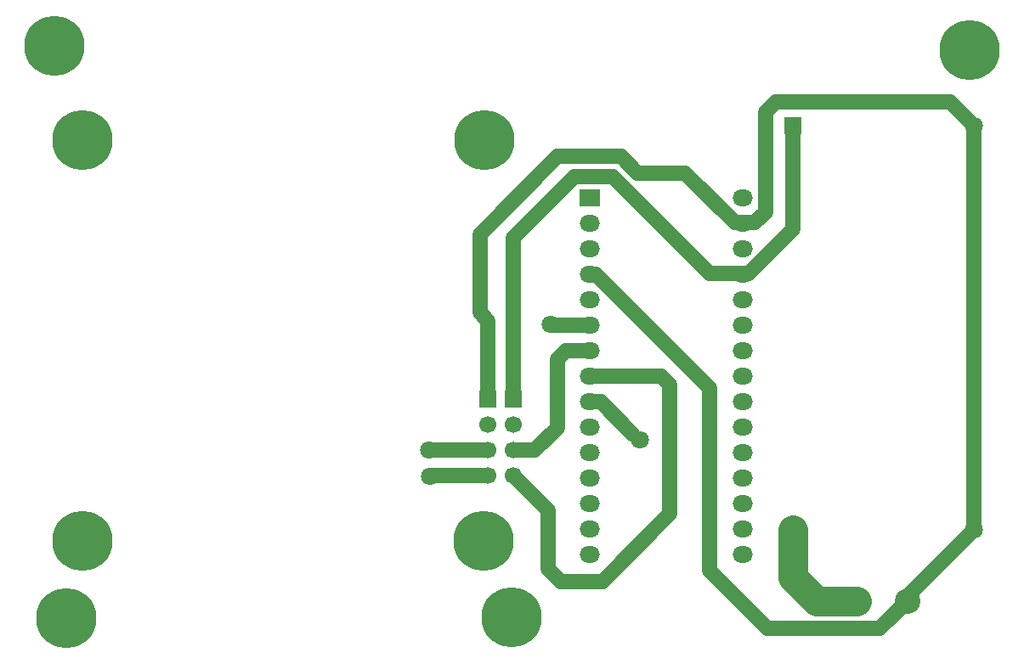
<source format=gbl>
G04*
G04 #@! TF.GenerationSoftware,Altium Limited,Altium Designer,23.4.1 (23)*
G04*
G04 Layer_Physical_Order=2*
G04 Layer_Color=16711680*
%FSLAX44Y44*%
%MOMM*%
G71*
G04*
G04 #@! TF.SameCoordinates,CD9FDB66-F090-44B4-BA50-0B1389574BE9*
G04*
G04*
G04 #@! TF.FilePolarity,Positive*
G04*
G01*
G75*
%ADD21C,6.0000*%
%ADD22O,2.0320X1.6510*%
%ADD23R,2.0320X1.6510*%
%ADD24R,1.7000X1.7000*%
%ADD25C,1.7000*%
%ADD26R,1.8000X1.8000*%
%ADD27C,1.8000*%
%ADD28C,2.5400*%
%ADD29C,3.0000*%
%ADD30C,1.5000*%
D21*
X1494000Y752000D02*
D03*
X582000Y757000D02*
D03*
X594000Y186000D02*
D03*
X1010000Y663000D02*
D03*
X1009800Y263200D02*
D03*
X610200D02*
D03*
X610000Y663000D02*
D03*
X1037000Y187000D02*
D03*
D22*
X1267400Y427400D02*
D03*
Y376600D02*
D03*
Y402000D02*
D03*
Y478200D02*
D03*
Y452800D02*
D03*
Y325800D02*
D03*
Y351200D02*
D03*
X1115000Y249600D02*
D03*
X1267400Y275000D02*
D03*
Y249600D02*
D03*
Y300400D02*
D03*
X1115000Y275000D02*
D03*
Y325800D02*
D03*
Y300400D02*
D03*
Y351200D02*
D03*
Y376600D02*
D03*
Y402000D02*
D03*
Y554400D02*
D03*
Y529000D02*
D03*
Y503600D02*
D03*
Y478200D02*
D03*
Y452800D02*
D03*
Y427400D02*
D03*
Y579800D02*
D03*
X1267400D02*
D03*
Y605200D02*
D03*
Y529000D02*
D03*
Y503600D02*
D03*
Y554400D02*
D03*
D23*
X1115000Y605200D02*
D03*
D24*
X1014000Y404200D02*
D03*
X1039000D02*
D03*
D25*
X1014000Y378800D02*
D03*
Y353400D02*
D03*
Y328000D02*
D03*
X1039000Y378800D02*
D03*
Y353400D02*
D03*
Y328000D02*
D03*
D26*
X1318000Y677000D02*
D03*
Y274000D02*
D03*
D27*
X1498000Y677000D02*
D03*
Y274000D02*
D03*
X1165000Y364000D02*
D03*
X956000Y327000D02*
D03*
X955000Y354000D02*
D03*
X1076000Y479000D02*
D03*
D28*
X1431800Y203000D02*
D03*
X1381000D02*
D03*
D29*
X1318000Y226211D02*
Y274000D01*
X1341211Y203000D02*
X1381000D01*
X1318000Y226211D02*
X1341211Y203000D01*
D30*
X1290140Y690140D02*
X1301000Y701000D01*
X1290140Y590482D02*
Y690140D01*
X1279747Y580089D02*
X1290140Y590482D01*
X1267689Y580089D02*
X1279747D01*
X1301000Y701000D02*
X1474000D01*
X1120970Y529000D02*
X1235000Y414970D01*
X1117314Y529000D02*
X1120970D01*
X959600Y353400D02*
X1014000D01*
X959000Y354000D02*
X959600Y353400D01*
X961000Y328000D02*
X1014000D01*
X961000Y328000D02*
X961000Y328000D01*
X1126289Y401711D02*
X1158000Y370000D01*
X1115000Y402000D02*
X1115289Y401711D01*
X1126289D01*
X1115000Y427400D02*
X1186213D01*
X1195000Y418613D01*
X1127713Y222713D02*
X1195000Y290000D01*
Y418613D01*
X1235000Y233000D02*
Y414970D01*
Y233000D02*
X1292580Y175420D01*
X1014000Y404200D02*
Y482600D01*
X1006000Y490600D02*
X1014000Y482600D01*
X1006000Y490600D02*
Y569000D01*
X1083115Y646115D01*
X1039000Y404200D02*
Y565406D01*
X1083115Y646115D02*
X1146369D01*
X1162484Y630000D01*
X1039000Y565406D02*
X1099629Y626035D01*
X1138051D01*
X1234798Y529289D01*
X1162484Y630000D02*
X1210000D01*
X1267111Y529289D02*
X1267400Y529000D01*
X1234798Y529289D02*
X1267111D01*
X1079800Y478200D02*
X1115000D01*
X1079000Y479000D02*
X1079800Y478200D01*
X1267400Y579800D02*
X1267689Y580089D01*
X1267111D02*
X1267400Y579800D01*
X1259911Y580089D02*
X1267111D01*
X1210000Y630000D02*
X1259911Y580089D01*
X1083000Y376000D02*
Y444013D01*
X1060400Y353400D02*
X1083000Y376000D01*
X1039541Y353400D02*
X1060400D01*
X1083000Y444013D02*
X1091787Y452800D01*
X1115000D01*
X1404220Y175420D02*
X1431800Y203000D01*
X1073691Y235309D02*
Y293309D01*
X1086287Y222713D02*
X1127713D01*
X1039000Y328000D02*
X1073691Y293309D01*
Y235309D02*
X1086287Y222713D01*
X1433790Y204990D02*
Y209790D01*
X1318000Y573630D02*
Y677000D01*
X1292580Y175420D02*
X1404220D01*
X1474000Y701000D02*
X1498000Y677000D01*
X1267689Y529289D02*
X1273659D01*
X1431800Y203000D02*
X1433790Y204990D01*
X1267400Y529000D02*
X1267689Y529289D01*
X1273659D02*
X1318000Y573630D01*
X1433790Y209790D02*
X1498000Y274000D01*
Y677000D01*
M02*

</source>
